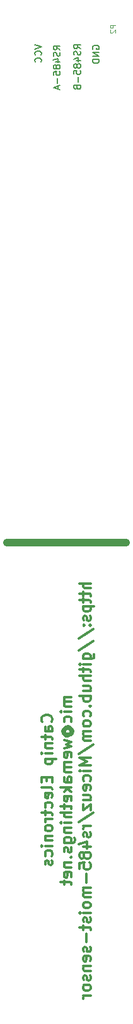
<source format=gbr>
G04 #@! TF.GenerationSoftware,KiCad,Pcbnew,(6.0.0-rc1-dev-135-gb4df06c)*
G04 #@! TF.CreationDate,2018-09-05T13:03:13+03:00*
G04 #@! TF.ProjectId,rs485-moist-sensor,72733438352D6D6F6973742D73656E73,rev?*
G04 #@! TF.SameCoordinates,Original*
G04 #@! TF.FileFunction,Legend,Bot*
G04 #@! TF.FilePolarity,Positive*
%FSLAX46Y46*%
G04 Gerber Fmt 4.6, Leading zero omitted, Abs format (unit mm)*
G04 Created by KiCad (PCBNEW (6.0.0-rc1-dev-135-gb4df06c)) date 2018 September 05, Wednesday 13:03:13*
%MOMM*%
%LPD*%
G01*
G04 APERTURE LIST*
%ADD10C,1.000000*%
%ADD11C,0.300000*%
%ADD12C,0.200000*%
%ADD13C,0.110000*%
%ADD14R,1.727200X1.727200*%
%ADD15C,1.727200*%
%ADD16O,1.500000X2.500000*%
%ADD17R,1.500000X2.500000*%
G04 APERTURE END LIST*
D10*
X87000000Y-91000000D02*
X103000000Y-91000000D01*
D11*
X92985714Y-115107142D02*
X93057142Y-115035714D01*
X93128571Y-114821428D01*
X93128571Y-114678571D01*
X93057142Y-114464285D01*
X92914285Y-114321428D01*
X92771428Y-114250000D01*
X92485714Y-114178571D01*
X92271428Y-114178571D01*
X91985714Y-114250000D01*
X91842857Y-114321428D01*
X91700000Y-114464285D01*
X91628571Y-114678571D01*
X91628571Y-114821428D01*
X91700000Y-115035714D01*
X91771428Y-115107142D01*
X93128571Y-116392857D02*
X92342857Y-116392857D01*
X92200000Y-116321428D01*
X92128571Y-116178571D01*
X92128571Y-115892857D01*
X92200000Y-115750000D01*
X93057142Y-116392857D02*
X93128571Y-116250000D01*
X93128571Y-115892857D01*
X93057142Y-115750000D01*
X92914285Y-115678571D01*
X92771428Y-115678571D01*
X92628571Y-115750000D01*
X92557142Y-115892857D01*
X92557142Y-116250000D01*
X92485714Y-116392857D01*
X92128571Y-116892857D02*
X92128571Y-117464285D01*
X91628571Y-117107142D02*
X92914285Y-117107142D01*
X93057142Y-117178571D01*
X93128571Y-117321428D01*
X93128571Y-117464285D01*
X92128571Y-117964285D02*
X93128571Y-117964285D01*
X92271428Y-117964285D02*
X92200000Y-118035714D01*
X92128571Y-118178571D01*
X92128571Y-118392857D01*
X92200000Y-118535714D01*
X92342857Y-118607142D01*
X93128571Y-118607142D01*
X93128571Y-119321428D02*
X92128571Y-119321428D01*
X91628571Y-119321428D02*
X91700000Y-119250000D01*
X91771428Y-119321428D01*
X91700000Y-119392857D01*
X91628571Y-119321428D01*
X91771428Y-119321428D01*
X92128571Y-120035714D02*
X93628571Y-120035714D01*
X92200000Y-120035714D02*
X92128571Y-120178571D01*
X92128571Y-120464285D01*
X92200000Y-120607142D01*
X92271428Y-120678571D01*
X92414285Y-120750000D01*
X92842857Y-120750000D01*
X92985714Y-120678571D01*
X93057142Y-120607142D01*
X93128571Y-120464285D01*
X93128571Y-120178571D01*
X93057142Y-120035714D01*
X92342857Y-122535714D02*
X92342857Y-123035714D01*
X93128571Y-123250000D02*
X93128571Y-122535714D01*
X91628571Y-122535714D01*
X91628571Y-123250000D01*
X93128571Y-124107142D02*
X93057142Y-123964285D01*
X92914285Y-123892857D01*
X91628571Y-123892857D01*
X93057142Y-125250000D02*
X93128571Y-125107142D01*
X93128571Y-124821428D01*
X93057142Y-124678571D01*
X92914285Y-124607142D01*
X92342857Y-124607142D01*
X92200000Y-124678571D01*
X92128571Y-124821428D01*
X92128571Y-125107142D01*
X92200000Y-125250000D01*
X92342857Y-125321428D01*
X92485714Y-125321428D01*
X92628571Y-124607142D01*
X93057142Y-126607142D02*
X93128571Y-126464285D01*
X93128571Y-126178571D01*
X93057142Y-126035714D01*
X92985714Y-125964285D01*
X92842857Y-125892857D01*
X92414285Y-125892857D01*
X92271428Y-125964285D01*
X92200000Y-126035714D01*
X92128571Y-126178571D01*
X92128571Y-126464285D01*
X92200000Y-126607142D01*
X92128571Y-127035714D02*
X92128571Y-127607142D01*
X91628571Y-127250000D02*
X92914285Y-127250000D01*
X93057142Y-127321428D01*
X93128571Y-127464285D01*
X93128571Y-127607142D01*
X93128571Y-128107142D02*
X92128571Y-128107142D01*
X92414285Y-128107142D02*
X92271428Y-128178571D01*
X92200000Y-128250000D01*
X92128571Y-128392857D01*
X92128571Y-128535714D01*
X93128571Y-129250000D02*
X93057142Y-129107142D01*
X92985714Y-129035714D01*
X92842857Y-128964285D01*
X92414285Y-128964285D01*
X92271428Y-129035714D01*
X92200000Y-129107142D01*
X92128571Y-129250000D01*
X92128571Y-129464285D01*
X92200000Y-129607142D01*
X92271428Y-129678571D01*
X92414285Y-129750000D01*
X92842857Y-129750000D01*
X92985714Y-129678571D01*
X93057142Y-129607142D01*
X93128571Y-129464285D01*
X93128571Y-129250000D01*
X92128571Y-130392857D02*
X93128571Y-130392857D01*
X92271428Y-130392857D02*
X92200000Y-130464285D01*
X92128571Y-130607142D01*
X92128571Y-130821428D01*
X92200000Y-130964285D01*
X92342857Y-131035714D01*
X93128571Y-131035714D01*
X93128571Y-131750000D02*
X92128571Y-131750000D01*
X91628571Y-131750000D02*
X91700000Y-131678571D01*
X91771428Y-131750000D01*
X91700000Y-131821428D01*
X91628571Y-131750000D01*
X91771428Y-131750000D01*
X93057142Y-133107142D02*
X93128571Y-132964285D01*
X93128571Y-132678571D01*
X93057142Y-132535714D01*
X92985714Y-132464285D01*
X92842857Y-132392857D01*
X92414285Y-132392857D01*
X92271428Y-132464285D01*
X92200000Y-132535714D01*
X92128571Y-132678571D01*
X92128571Y-132964285D01*
X92200000Y-133107142D01*
X93057142Y-133678571D02*
X93128571Y-133821428D01*
X93128571Y-134107142D01*
X93057142Y-134250000D01*
X92914285Y-134321428D01*
X92842857Y-134321428D01*
X92700000Y-134250000D01*
X92628571Y-134107142D01*
X92628571Y-133892857D01*
X92557142Y-133750000D01*
X92414285Y-133678571D01*
X92342857Y-133678571D01*
X92200000Y-133750000D01*
X92128571Y-133892857D01*
X92128571Y-134107142D01*
X92200000Y-134250000D01*
X95678571Y-111750000D02*
X94678571Y-111750000D01*
X94821428Y-111750000D02*
X94750000Y-111821428D01*
X94678571Y-111964285D01*
X94678571Y-112178571D01*
X94750000Y-112321428D01*
X94892857Y-112392857D01*
X95678571Y-112392857D01*
X94892857Y-112392857D02*
X94750000Y-112464285D01*
X94678571Y-112607142D01*
X94678571Y-112821428D01*
X94750000Y-112964285D01*
X94892857Y-113035714D01*
X95678571Y-113035714D01*
X95678571Y-113750000D02*
X94678571Y-113750000D01*
X94178571Y-113750000D02*
X94250000Y-113678571D01*
X94321428Y-113750000D01*
X94250000Y-113821428D01*
X94178571Y-113750000D01*
X94321428Y-113750000D01*
X95607142Y-115107142D02*
X95678571Y-114964285D01*
X95678571Y-114678571D01*
X95607142Y-114535714D01*
X95535714Y-114464285D01*
X95392857Y-114392857D01*
X94964285Y-114392857D01*
X94821428Y-114464285D01*
X94750000Y-114535714D01*
X94678571Y-114678571D01*
X94678571Y-114964285D01*
X94750000Y-115107142D01*
X94964285Y-116678571D02*
X94892857Y-116607142D01*
X94821428Y-116464285D01*
X94821428Y-116321428D01*
X94892857Y-116178571D01*
X94964285Y-116107142D01*
X95107142Y-116035714D01*
X95250000Y-116035714D01*
X95392857Y-116107142D01*
X95464285Y-116178571D01*
X95535714Y-116321428D01*
X95535714Y-116464285D01*
X95464285Y-116607142D01*
X95392857Y-116678571D01*
X94821428Y-116678571D02*
X95392857Y-116678571D01*
X95464285Y-116750000D01*
X95464285Y-116821428D01*
X95392857Y-116964285D01*
X95250000Y-117035714D01*
X94892857Y-117035714D01*
X94678571Y-116892857D01*
X94535714Y-116678571D01*
X94464285Y-116392857D01*
X94535714Y-116107142D01*
X94678571Y-115892857D01*
X94892857Y-115750000D01*
X95178571Y-115678571D01*
X95464285Y-115750000D01*
X95678571Y-115892857D01*
X95821428Y-116107142D01*
X95892857Y-116392857D01*
X95821428Y-116678571D01*
X95678571Y-116892857D01*
X94678571Y-117535714D02*
X95678571Y-117821428D01*
X94964285Y-118107142D01*
X95678571Y-118392857D01*
X94678571Y-118678571D01*
X95607142Y-119821428D02*
X95678571Y-119678571D01*
X95678571Y-119392857D01*
X95607142Y-119250000D01*
X95464285Y-119178571D01*
X94892857Y-119178571D01*
X94750000Y-119250000D01*
X94678571Y-119392857D01*
X94678571Y-119678571D01*
X94750000Y-119821428D01*
X94892857Y-119892857D01*
X95035714Y-119892857D01*
X95178571Y-119178571D01*
X95678571Y-120535714D02*
X94678571Y-120535714D01*
X94821428Y-120535714D02*
X94750000Y-120607142D01*
X94678571Y-120750000D01*
X94678571Y-120964285D01*
X94750000Y-121107142D01*
X94892857Y-121178571D01*
X95678571Y-121178571D01*
X94892857Y-121178571D02*
X94750000Y-121250000D01*
X94678571Y-121392857D01*
X94678571Y-121607142D01*
X94750000Y-121750000D01*
X94892857Y-121821428D01*
X95678571Y-121821428D01*
X95678571Y-123178571D02*
X94892857Y-123178571D01*
X94750000Y-123107142D01*
X94678571Y-122964285D01*
X94678571Y-122678571D01*
X94750000Y-122535714D01*
X95607142Y-123178571D02*
X95678571Y-123035714D01*
X95678571Y-122678571D01*
X95607142Y-122535714D01*
X95464285Y-122464285D01*
X95321428Y-122464285D01*
X95178571Y-122535714D01*
X95107142Y-122678571D01*
X95107142Y-123035714D01*
X95035714Y-123178571D01*
X95678571Y-123892857D02*
X94178571Y-123892857D01*
X95107142Y-124035714D02*
X95678571Y-124464285D01*
X94678571Y-124464285D02*
X95250000Y-123892857D01*
X95607142Y-125678571D02*
X95678571Y-125535714D01*
X95678571Y-125250000D01*
X95607142Y-125107142D01*
X95464285Y-125035714D01*
X94892857Y-125035714D01*
X94750000Y-125107142D01*
X94678571Y-125250000D01*
X94678571Y-125535714D01*
X94750000Y-125678571D01*
X94892857Y-125750000D01*
X95035714Y-125750000D01*
X95178571Y-125035714D01*
X94678571Y-126178571D02*
X94678571Y-126750000D01*
X94178571Y-126392857D02*
X95464285Y-126392857D01*
X95607142Y-126464285D01*
X95678571Y-126607142D01*
X95678571Y-126750000D01*
X95678571Y-127250000D02*
X94178571Y-127250000D01*
X95678571Y-127892857D02*
X94892857Y-127892857D01*
X94750000Y-127821428D01*
X94678571Y-127678571D01*
X94678571Y-127464285D01*
X94750000Y-127321428D01*
X94821428Y-127250000D01*
X95678571Y-128607142D02*
X94678571Y-128607142D01*
X94178571Y-128607142D02*
X94250000Y-128535714D01*
X94321428Y-128607142D01*
X94250000Y-128678571D01*
X94178571Y-128607142D01*
X94321428Y-128607142D01*
X94678571Y-129321428D02*
X95678571Y-129321428D01*
X94821428Y-129321428D02*
X94750000Y-129392857D01*
X94678571Y-129535714D01*
X94678571Y-129750000D01*
X94750000Y-129892857D01*
X94892857Y-129964285D01*
X95678571Y-129964285D01*
X94678571Y-131321428D02*
X95892857Y-131321428D01*
X96035714Y-131250000D01*
X96107142Y-131178571D01*
X96178571Y-131035714D01*
X96178571Y-130821428D01*
X96107142Y-130678571D01*
X95607142Y-131321428D02*
X95678571Y-131178571D01*
X95678571Y-130892857D01*
X95607142Y-130750000D01*
X95535714Y-130678571D01*
X95392857Y-130607142D01*
X94964285Y-130607142D01*
X94821428Y-130678571D01*
X94750000Y-130750000D01*
X94678571Y-130892857D01*
X94678571Y-131178571D01*
X94750000Y-131321428D01*
X95607142Y-131964285D02*
X95678571Y-132107142D01*
X95678571Y-132392857D01*
X95607142Y-132535714D01*
X95464285Y-132607142D01*
X95392857Y-132607142D01*
X95250000Y-132535714D01*
X95178571Y-132392857D01*
X95178571Y-132178571D01*
X95107142Y-132035714D01*
X94964285Y-131964285D01*
X94892857Y-131964285D01*
X94750000Y-132035714D01*
X94678571Y-132178571D01*
X94678571Y-132392857D01*
X94750000Y-132535714D01*
X95535714Y-133250000D02*
X95607142Y-133321428D01*
X95678571Y-133250000D01*
X95607142Y-133178571D01*
X95535714Y-133250000D01*
X95678571Y-133250000D01*
X94678571Y-133964285D02*
X95678571Y-133964285D01*
X94821428Y-133964285D02*
X94750000Y-134035714D01*
X94678571Y-134178571D01*
X94678571Y-134392857D01*
X94750000Y-134535714D01*
X94892857Y-134607142D01*
X95678571Y-134607142D01*
X95607142Y-135892857D02*
X95678571Y-135750000D01*
X95678571Y-135464285D01*
X95607142Y-135321428D01*
X95464285Y-135250000D01*
X94892857Y-135250000D01*
X94750000Y-135321428D01*
X94678571Y-135464285D01*
X94678571Y-135750000D01*
X94750000Y-135892857D01*
X94892857Y-135964285D01*
X95035714Y-135964285D01*
X95178571Y-135250000D01*
X94678571Y-136392857D02*
X94678571Y-136964285D01*
X94178571Y-136607142D02*
X95464285Y-136607142D01*
X95607142Y-136678571D01*
X95678571Y-136821428D01*
X95678571Y-136964285D01*
X98228571Y-96500000D02*
X96728571Y-96500000D01*
X98228571Y-97142857D02*
X97442857Y-97142857D01*
X97300000Y-97071428D01*
X97228571Y-96928571D01*
X97228571Y-96714285D01*
X97300000Y-96571428D01*
X97371428Y-96500000D01*
X97228571Y-97642857D02*
X97228571Y-98214285D01*
X96728571Y-97857142D02*
X98014285Y-97857142D01*
X98157142Y-97928571D01*
X98228571Y-98071428D01*
X98228571Y-98214285D01*
X97228571Y-98500000D02*
X97228571Y-99071428D01*
X96728571Y-98714285D02*
X98014285Y-98714285D01*
X98157142Y-98785714D01*
X98228571Y-98928571D01*
X98228571Y-99071428D01*
X97228571Y-99571428D02*
X98728571Y-99571428D01*
X97300000Y-99571428D02*
X97228571Y-99714285D01*
X97228571Y-100000000D01*
X97300000Y-100142857D01*
X97371428Y-100214285D01*
X97514285Y-100285714D01*
X97942857Y-100285714D01*
X98085714Y-100214285D01*
X98157142Y-100142857D01*
X98228571Y-100000000D01*
X98228571Y-99714285D01*
X98157142Y-99571428D01*
X98157142Y-100857142D02*
X98228571Y-101000000D01*
X98228571Y-101285714D01*
X98157142Y-101428571D01*
X98014285Y-101500000D01*
X97942857Y-101500000D01*
X97800000Y-101428571D01*
X97728571Y-101285714D01*
X97728571Y-101071428D01*
X97657142Y-100928571D01*
X97514285Y-100857142D01*
X97442857Y-100857142D01*
X97300000Y-100928571D01*
X97228571Y-101071428D01*
X97228571Y-101285714D01*
X97300000Y-101428571D01*
X98085714Y-102142857D02*
X98157142Y-102214285D01*
X98228571Y-102142857D01*
X98157142Y-102071428D01*
X98085714Y-102142857D01*
X98228571Y-102142857D01*
X97300000Y-102142857D02*
X97371428Y-102214285D01*
X97442857Y-102142857D01*
X97371428Y-102071428D01*
X97300000Y-102142857D01*
X97442857Y-102142857D01*
X96657142Y-103928571D02*
X98585714Y-102642857D01*
X96657142Y-105500000D02*
X98585714Y-104214285D01*
X97228571Y-106642857D02*
X98442857Y-106642857D01*
X98585714Y-106571428D01*
X98657142Y-106500000D01*
X98728571Y-106357142D01*
X98728571Y-106142857D01*
X98657142Y-106000000D01*
X98157142Y-106642857D02*
X98228571Y-106500000D01*
X98228571Y-106214285D01*
X98157142Y-106071428D01*
X98085714Y-106000000D01*
X97942857Y-105928571D01*
X97514285Y-105928571D01*
X97371428Y-106000000D01*
X97300000Y-106071428D01*
X97228571Y-106214285D01*
X97228571Y-106500000D01*
X97300000Y-106642857D01*
X98228571Y-107357142D02*
X97228571Y-107357142D01*
X96728571Y-107357142D02*
X96800000Y-107285714D01*
X96871428Y-107357142D01*
X96800000Y-107428571D01*
X96728571Y-107357142D01*
X96871428Y-107357142D01*
X97228571Y-107857142D02*
X97228571Y-108428571D01*
X96728571Y-108071428D02*
X98014285Y-108071428D01*
X98157142Y-108142857D01*
X98228571Y-108285714D01*
X98228571Y-108428571D01*
X98228571Y-108928571D02*
X96728571Y-108928571D01*
X98228571Y-109571428D02*
X97442857Y-109571428D01*
X97300000Y-109500000D01*
X97228571Y-109357142D01*
X97228571Y-109142857D01*
X97300000Y-109000000D01*
X97371428Y-108928571D01*
X97228571Y-110928571D02*
X98228571Y-110928571D01*
X97228571Y-110285714D02*
X98014285Y-110285714D01*
X98157142Y-110357142D01*
X98228571Y-110500000D01*
X98228571Y-110714285D01*
X98157142Y-110857142D01*
X98085714Y-110928571D01*
X98228571Y-111642857D02*
X96728571Y-111642857D01*
X97300000Y-111642857D02*
X97228571Y-111785714D01*
X97228571Y-112071428D01*
X97300000Y-112214285D01*
X97371428Y-112285714D01*
X97514285Y-112357142D01*
X97942857Y-112357142D01*
X98085714Y-112285714D01*
X98157142Y-112214285D01*
X98228571Y-112071428D01*
X98228571Y-111785714D01*
X98157142Y-111642857D01*
X98085714Y-113000000D02*
X98157142Y-113071428D01*
X98228571Y-113000000D01*
X98157142Y-112928571D01*
X98085714Y-113000000D01*
X98228571Y-113000000D01*
X98157142Y-114357142D02*
X98228571Y-114214285D01*
X98228571Y-113928571D01*
X98157142Y-113785714D01*
X98085714Y-113714285D01*
X97942857Y-113642857D01*
X97514285Y-113642857D01*
X97371428Y-113714285D01*
X97300000Y-113785714D01*
X97228571Y-113928571D01*
X97228571Y-114214285D01*
X97300000Y-114357142D01*
X98228571Y-115214285D02*
X98157142Y-115071428D01*
X98085714Y-115000000D01*
X97942857Y-114928571D01*
X97514285Y-114928571D01*
X97371428Y-115000000D01*
X97300000Y-115071428D01*
X97228571Y-115214285D01*
X97228571Y-115428571D01*
X97300000Y-115571428D01*
X97371428Y-115642857D01*
X97514285Y-115714285D01*
X97942857Y-115714285D01*
X98085714Y-115642857D01*
X98157142Y-115571428D01*
X98228571Y-115428571D01*
X98228571Y-115214285D01*
X98228571Y-116357142D02*
X97228571Y-116357142D01*
X97371428Y-116357142D02*
X97300000Y-116428571D01*
X97228571Y-116571428D01*
X97228571Y-116785714D01*
X97300000Y-116928571D01*
X97442857Y-117000000D01*
X98228571Y-117000000D01*
X97442857Y-117000000D02*
X97300000Y-117071428D01*
X97228571Y-117214285D01*
X97228571Y-117428571D01*
X97300000Y-117571428D01*
X97442857Y-117642857D01*
X98228571Y-117642857D01*
X96657142Y-119428571D02*
X98585714Y-118142857D01*
X98228571Y-119928571D02*
X96728571Y-119928571D01*
X97800000Y-120428571D01*
X96728571Y-120928571D01*
X98228571Y-120928571D01*
X98228571Y-121642857D02*
X97228571Y-121642857D01*
X96728571Y-121642857D02*
X96800000Y-121571428D01*
X96871428Y-121642857D01*
X96800000Y-121714285D01*
X96728571Y-121642857D01*
X96871428Y-121642857D01*
X98157142Y-123000000D02*
X98228571Y-122857142D01*
X98228571Y-122571428D01*
X98157142Y-122428571D01*
X98085714Y-122357142D01*
X97942857Y-122285714D01*
X97514285Y-122285714D01*
X97371428Y-122357142D01*
X97300000Y-122428571D01*
X97228571Y-122571428D01*
X97228571Y-122857142D01*
X97300000Y-123000000D01*
X98157142Y-124214285D02*
X98228571Y-124071428D01*
X98228571Y-123785714D01*
X98157142Y-123642857D01*
X98014285Y-123571428D01*
X97442857Y-123571428D01*
X97300000Y-123642857D01*
X97228571Y-123785714D01*
X97228571Y-124071428D01*
X97300000Y-124214285D01*
X97442857Y-124285714D01*
X97585714Y-124285714D01*
X97728571Y-123571428D01*
X97228571Y-125571428D02*
X98228571Y-125571428D01*
X97228571Y-124928571D02*
X98014285Y-124928571D01*
X98157142Y-125000000D01*
X98228571Y-125142857D01*
X98228571Y-125357142D01*
X98157142Y-125500000D01*
X98085714Y-125571428D01*
X97228571Y-126142857D02*
X97228571Y-126928571D01*
X98228571Y-126142857D01*
X98228571Y-126928571D01*
X96657142Y-128571428D02*
X98585714Y-127285714D01*
X98228571Y-129071428D02*
X97228571Y-129071428D01*
X97514285Y-129071428D02*
X97371428Y-129142857D01*
X97300000Y-129214285D01*
X97228571Y-129357142D01*
X97228571Y-129500000D01*
X98157142Y-129928571D02*
X98228571Y-130071428D01*
X98228571Y-130357142D01*
X98157142Y-130500000D01*
X98014285Y-130571428D01*
X97942857Y-130571428D01*
X97800000Y-130500000D01*
X97728571Y-130357142D01*
X97728571Y-130142857D01*
X97657142Y-130000000D01*
X97514285Y-129928571D01*
X97442857Y-129928571D01*
X97300000Y-130000000D01*
X97228571Y-130142857D01*
X97228571Y-130357142D01*
X97300000Y-130500000D01*
X97228571Y-131857142D02*
X98228571Y-131857142D01*
X96657142Y-131500000D02*
X97728571Y-131142857D01*
X97728571Y-132071428D01*
X97371428Y-132857142D02*
X97300000Y-132714285D01*
X97228571Y-132642857D01*
X97085714Y-132571428D01*
X97014285Y-132571428D01*
X96871428Y-132642857D01*
X96800000Y-132714285D01*
X96728571Y-132857142D01*
X96728571Y-133142857D01*
X96800000Y-133285714D01*
X96871428Y-133357142D01*
X97014285Y-133428571D01*
X97085714Y-133428571D01*
X97228571Y-133357142D01*
X97300000Y-133285714D01*
X97371428Y-133142857D01*
X97371428Y-132857142D01*
X97442857Y-132714285D01*
X97514285Y-132642857D01*
X97657142Y-132571428D01*
X97942857Y-132571428D01*
X98085714Y-132642857D01*
X98157142Y-132714285D01*
X98228571Y-132857142D01*
X98228571Y-133142857D01*
X98157142Y-133285714D01*
X98085714Y-133357142D01*
X97942857Y-133428571D01*
X97657142Y-133428571D01*
X97514285Y-133357142D01*
X97442857Y-133285714D01*
X97371428Y-133142857D01*
X96728571Y-134785714D02*
X96728571Y-134071428D01*
X97442857Y-134000000D01*
X97371428Y-134071428D01*
X97300000Y-134214285D01*
X97300000Y-134571428D01*
X97371428Y-134714285D01*
X97442857Y-134785714D01*
X97585714Y-134857142D01*
X97942857Y-134857142D01*
X98085714Y-134785714D01*
X98157142Y-134714285D01*
X98228571Y-134571428D01*
X98228571Y-134214285D01*
X98157142Y-134071428D01*
X98085714Y-134000000D01*
X97657142Y-135500000D02*
X97657142Y-136642857D01*
X98228571Y-137357142D02*
X97228571Y-137357142D01*
X97371428Y-137357142D02*
X97300000Y-137428571D01*
X97228571Y-137571428D01*
X97228571Y-137785714D01*
X97300000Y-137928571D01*
X97442857Y-138000000D01*
X98228571Y-138000000D01*
X97442857Y-138000000D02*
X97300000Y-138071428D01*
X97228571Y-138214285D01*
X97228571Y-138428571D01*
X97300000Y-138571428D01*
X97442857Y-138642857D01*
X98228571Y-138642857D01*
X98228571Y-139571428D02*
X98157142Y-139428571D01*
X98085714Y-139357142D01*
X97942857Y-139285714D01*
X97514285Y-139285714D01*
X97371428Y-139357142D01*
X97300000Y-139428571D01*
X97228571Y-139571428D01*
X97228571Y-139785714D01*
X97300000Y-139928571D01*
X97371428Y-140000000D01*
X97514285Y-140071428D01*
X97942857Y-140071428D01*
X98085714Y-140000000D01*
X98157142Y-139928571D01*
X98228571Y-139785714D01*
X98228571Y-139571428D01*
X98228571Y-140714285D02*
X97228571Y-140714285D01*
X96728571Y-140714285D02*
X96800000Y-140642857D01*
X96871428Y-140714285D01*
X96800000Y-140785714D01*
X96728571Y-140714285D01*
X96871428Y-140714285D01*
X98157142Y-141357142D02*
X98228571Y-141500000D01*
X98228571Y-141785714D01*
X98157142Y-141928571D01*
X98014285Y-142000000D01*
X97942857Y-142000000D01*
X97800000Y-141928571D01*
X97728571Y-141785714D01*
X97728571Y-141571428D01*
X97657142Y-141428571D01*
X97514285Y-141357142D01*
X97442857Y-141357142D01*
X97300000Y-141428571D01*
X97228571Y-141571428D01*
X97228571Y-141785714D01*
X97300000Y-141928571D01*
X97228571Y-142428571D02*
X97228571Y-143000000D01*
X96728571Y-142642857D02*
X98014285Y-142642857D01*
X98157142Y-142714285D01*
X98228571Y-142857142D01*
X98228571Y-143000000D01*
X97657142Y-143500000D02*
X97657142Y-144642857D01*
X98157142Y-145285714D02*
X98228571Y-145428571D01*
X98228571Y-145714285D01*
X98157142Y-145857142D01*
X98014285Y-145928571D01*
X97942857Y-145928571D01*
X97800000Y-145857142D01*
X97728571Y-145714285D01*
X97728571Y-145500000D01*
X97657142Y-145357142D01*
X97514285Y-145285714D01*
X97442857Y-145285714D01*
X97300000Y-145357142D01*
X97228571Y-145500000D01*
X97228571Y-145714285D01*
X97300000Y-145857142D01*
X98157142Y-147142857D02*
X98228571Y-147000000D01*
X98228571Y-146714285D01*
X98157142Y-146571428D01*
X98014285Y-146500000D01*
X97442857Y-146500000D01*
X97300000Y-146571428D01*
X97228571Y-146714285D01*
X97228571Y-147000000D01*
X97300000Y-147142857D01*
X97442857Y-147214285D01*
X97585714Y-147214285D01*
X97728571Y-146500000D01*
X97228571Y-147857142D02*
X98228571Y-147857142D01*
X97371428Y-147857142D02*
X97300000Y-147928571D01*
X97228571Y-148071428D01*
X97228571Y-148285714D01*
X97300000Y-148428571D01*
X97442857Y-148500000D01*
X98228571Y-148500000D01*
X98157142Y-149142857D02*
X98228571Y-149285714D01*
X98228571Y-149571428D01*
X98157142Y-149714285D01*
X98014285Y-149785714D01*
X97942857Y-149785714D01*
X97800000Y-149714285D01*
X97728571Y-149571428D01*
X97728571Y-149357142D01*
X97657142Y-149214285D01*
X97514285Y-149142857D01*
X97442857Y-149142857D01*
X97300000Y-149214285D01*
X97228571Y-149357142D01*
X97228571Y-149571428D01*
X97300000Y-149714285D01*
X98228571Y-150642857D02*
X98157142Y-150500000D01*
X98085714Y-150428571D01*
X97942857Y-150357142D01*
X97514285Y-150357142D01*
X97371428Y-150428571D01*
X97300000Y-150500000D01*
X97228571Y-150642857D01*
X97228571Y-150857142D01*
X97300000Y-151000000D01*
X97371428Y-151071428D01*
X97514285Y-151142857D01*
X97942857Y-151142857D01*
X98085714Y-151071428D01*
X98157142Y-151000000D01*
X98228571Y-150857142D01*
X98228571Y-150642857D01*
X98228571Y-151785714D02*
X97228571Y-151785714D01*
X97514285Y-151785714D02*
X97371428Y-151857142D01*
X97300000Y-151928571D01*
X97228571Y-152071428D01*
X97228571Y-152214285D01*
D12*
X96907142Y-24755714D02*
X96478571Y-24455714D01*
X96907142Y-24241428D02*
X96007142Y-24241428D01*
X96007142Y-24584285D01*
X96050000Y-24670000D01*
X96092857Y-24712857D01*
X96178571Y-24755714D01*
X96307142Y-24755714D01*
X96392857Y-24712857D01*
X96435714Y-24670000D01*
X96478571Y-24584285D01*
X96478571Y-24241428D01*
X96864285Y-25098571D02*
X96907142Y-25227142D01*
X96907142Y-25441428D01*
X96864285Y-25527142D01*
X96821428Y-25570000D01*
X96735714Y-25612857D01*
X96650000Y-25612857D01*
X96564285Y-25570000D01*
X96521428Y-25527142D01*
X96478571Y-25441428D01*
X96435714Y-25270000D01*
X96392857Y-25184285D01*
X96350000Y-25141428D01*
X96264285Y-25098571D01*
X96178571Y-25098571D01*
X96092857Y-25141428D01*
X96050000Y-25184285D01*
X96007142Y-25270000D01*
X96007142Y-25484285D01*
X96050000Y-25612857D01*
X96307142Y-26384285D02*
X96907142Y-26384285D01*
X95964285Y-26170000D02*
X96607142Y-25955714D01*
X96607142Y-26512857D01*
X96392857Y-26984285D02*
X96350000Y-26898571D01*
X96307142Y-26855714D01*
X96221428Y-26812857D01*
X96178571Y-26812857D01*
X96092857Y-26855714D01*
X96050000Y-26898571D01*
X96007142Y-26984285D01*
X96007142Y-27155714D01*
X96050000Y-27241428D01*
X96092857Y-27284285D01*
X96178571Y-27327142D01*
X96221428Y-27327142D01*
X96307142Y-27284285D01*
X96350000Y-27241428D01*
X96392857Y-27155714D01*
X96392857Y-26984285D01*
X96435714Y-26898571D01*
X96478571Y-26855714D01*
X96564285Y-26812857D01*
X96735714Y-26812857D01*
X96821428Y-26855714D01*
X96864285Y-26898571D01*
X96907142Y-26984285D01*
X96907142Y-27155714D01*
X96864285Y-27241428D01*
X96821428Y-27284285D01*
X96735714Y-27327142D01*
X96564285Y-27327142D01*
X96478571Y-27284285D01*
X96435714Y-27241428D01*
X96392857Y-27155714D01*
X96007142Y-28141428D02*
X96007142Y-27712857D01*
X96435714Y-27670000D01*
X96392857Y-27712857D01*
X96350000Y-27798571D01*
X96350000Y-28012857D01*
X96392857Y-28098571D01*
X96435714Y-28141428D01*
X96521428Y-28184285D01*
X96735714Y-28184285D01*
X96821428Y-28141428D01*
X96864285Y-28098571D01*
X96907142Y-28012857D01*
X96907142Y-27798571D01*
X96864285Y-27712857D01*
X96821428Y-27670000D01*
X96564285Y-28570000D02*
X96564285Y-29255714D01*
X96435714Y-29984285D02*
X96478571Y-30112857D01*
X96521428Y-30155714D01*
X96607142Y-30198571D01*
X96735714Y-30198571D01*
X96821428Y-30155714D01*
X96864285Y-30112857D01*
X96907142Y-30027142D01*
X96907142Y-29684285D01*
X96007142Y-29684285D01*
X96007142Y-29984285D01*
X96050000Y-30070000D01*
X96092857Y-30112857D01*
X96178571Y-30155714D01*
X96264285Y-30155714D01*
X96350000Y-30112857D01*
X96392857Y-30070000D01*
X96435714Y-29984285D01*
X96435714Y-29684285D01*
X98550000Y-24815714D02*
X98507142Y-24730000D01*
X98507142Y-24601428D01*
X98550000Y-24472857D01*
X98635714Y-24387142D01*
X98721428Y-24344285D01*
X98892857Y-24301428D01*
X99021428Y-24301428D01*
X99192857Y-24344285D01*
X99278571Y-24387142D01*
X99364285Y-24472857D01*
X99407142Y-24601428D01*
X99407142Y-24687142D01*
X99364285Y-24815714D01*
X99321428Y-24858571D01*
X99021428Y-24858571D01*
X99021428Y-24687142D01*
X99407142Y-25244285D02*
X98507142Y-25244285D01*
X99407142Y-25758571D01*
X98507142Y-25758571D01*
X99407142Y-26187142D02*
X98507142Y-26187142D01*
X98507142Y-26401428D01*
X98550000Y-26530000D01*
X98635714Y-26615714D01*
X98721428Y-26658571D01*
X98892857Y-26701428D01*
X99021428Y-26701428D01*
X99192857Y-26658571D01*
X99278571Y-26615714D01*
X99364285Y-26530000D01*
X99407142Y-26401428D01*
X99407142Y-26187142D01*
X90757142Y-24215714D02*
X91657142Y-24515714D01*
X90757142Y-24815714D01*
X91571428Y-25630000D02*
X91614285Y-25587142D01*
X91657142Y-25458571D01*
X91657142Y-25372857D01*
X91614285Y-25244285D01*
X91528571Y-25158571D01*
X91442857Y-25115714D01*
X91271428Y-25072857D01*
X91142857Y-25072857D01*
X90971428Y-25115714D01*
X90885714Y-25158571D01*
X90800000Y-25244285D01*
X90757142Y-25372857D01*
X90757142Y-25458571D01*
X90800000Y-25587142D01*
X90842857Y-25630000D01*
X91571428Y-26530000D02*
X91614285Y-26487142D01*
X91657142Y-26358571D01*
X91657142Y-26272857D01*
X91614285Y-26144285D01*
X91528571Y-26058571D01*
X91442857Y-26015714D01*
X91271428Y-25972857D01*
X91142857Y-25972857D01*
X90971428Y-26015714D01*
X90885714Y-26058571D01*
X90800000Y-26144285D01*
X90757142Y-26272857D01*
X90757142Y-26358571D01*
X90800000Y-26487142D01*
X90842857Y-26530000D01*
X94157142Y-24884285D02*
X93728571Y-24584285D01*
X94157142Y-24370000D02*
X93257142Y-24370000D01*
X93257142Y-24712857D01*
X93300000Y-24798571D01*
X93342857Y-24841428D01*
X93428571Y-24884285D01*
X93557142Y-24884285D01*
X93642857Y-24841428D01*
X93685714Y-24798571D01*
X93728571Y-24712857D01*
X93728571Y-24370000D01*
X94114285Y-25227142D02*
X94157142Y-25355714D01*
X94157142Y-25570000D01*
X94114285Y-25655714D01*
X94071428Y-25698571D01*
X93985714Y-25741428D01*
X93900000Y-25741428D01*
X93814285Y-25698571D01*
X93771428Y-25655714D01*
X93728571Y-25570000D01*
X93685714Y-25398571D01*
X93642857Y-25312857D01*
X93600000Y-25270000D01*
X93514285Y-25227142D01*
X93428571Y-25227142D01*
X93342857Y-25270000D01*
X93300000Y-25312857D01*
X93257142Y-25398571D01*
X93257142Y-25612857D01*
X93300000Y-25741428D01*
X93557142Y-26512857D02*
X94157142Y-26512857D01*
X93214285Y-26298571D02*
X93857142Y-26084285D01*
X93857142Y-26641428D01*
X93642857Y-27112857D02*
X93600000Y-27027142D01*
X93557142Y-26984285D01*
X93471428Y-26941428D01*
X93428571Y-26941428D01*
X93342857Y-26984285D01*
X93300000Y-27027142D01*
X93257142Y-27112857D01*
X93257142Y-27284285D01*
X93300000Y-27370000D01*
X93342857Y-27412857D01*
X93428571Y-27455714D01*
X93471428Y-27455714D01*
X93557142Y-27412857D01*
X93600000Y-27370000D01*
X93642857Y-27284285D01*
X93642857Y-27112857D01*
X93685714Y-27027142D01*
X93728571Y-26984285D01*
X93814285Y-26941428D01*
X93985714Y-26941428D01*
X94071428Y-26984285D01*
X94114285Y-27027142D01*
X94157142Y-27112857D01*
X94157142Y-27284285D01*
X94114285Y-27370000D01*
X94071428Y-27412857D01*
X93985714Y-27455714D01*
X93814285Y-27455714D01*
X93728571Y-27412857D01*
X93685714Y-27370000D01*
X93642857Y-27284285D01*
X93257142Y-28270000D02*
X93257142Y-27841428D01*
X93685714Y-27798571D01*
X93642857Y-27841428D01*
X93600000Y-27927142D01*
X93600000Y-28141428D01*
X93642857Y-28227142D01*
X93685714Y-28270000D01*
X93771428Y-28312857D01*
X93985714Y-28312857D01*
X94071428Y-28270000D01*
X94114285Y-28227142D01*
X94157142Y-28141428D01*
X94157142Y-27927142D01*
X94114285Y-27841428D01*
X94071428Y-27798571D01*
X93814285Y-28698571D02*
X93814285Y-29384285D01*
X93900000Y-29770000D02*
X93900000Y-30198571D01*
X94157142Y-29684285D02*
X93257142Y-29984285D01*
X94157142Y-30284285D01*
G04 #@! TO.C,P2*
D13*
X101566666Y-21573333D02*
X100866666Y-21573333D01*
X100866666Y-21840000D01*
X100900000Y-21906666D01*
X100933333Y-21940000D01*
X101000000Y-21973333D01*
X101100000Y-21973333D01*
X101166666Y-21940000D01*
X101200000Y-21906666D01*
X101233333Y-21840000D01*
X101233333Y-21573333D01*
X100933333Y-22240000D02*
X100900000Y-22273333D01*
X100866666Y-22340000D01*
X100866666Y-22506666D01*
X100900000Y-22573333D01*
X100933333Y-22606666D01*
X101000000Y-22640000D01*
X101066666Y-22640000D01*
X101166666Y-22606666D01*
X101566666Y-22206666D01*
X101566666Y-22640000D01*
G04 #@! TD*
%LPC*%
D14*
G04 #@! TO.C,P1*
X100540000Y-44270000D03*
D15*
X100540000Y-41730000D03*
X98000000Y-44270000D03*
X98000000Y-41730000D03*
X95460000Y-44270000D03*
X95460000Y-41730000D03*
G04 #@! TD*
D16*
G04 #@! TO.C,P2*
X98870000Y-21920000D03*
X96330000Y-21920000D03*
X93790000Y-21920000D03*
D17*
X91250000Y-21920000D03*
G04 #@! TD*
M02*

</source>
